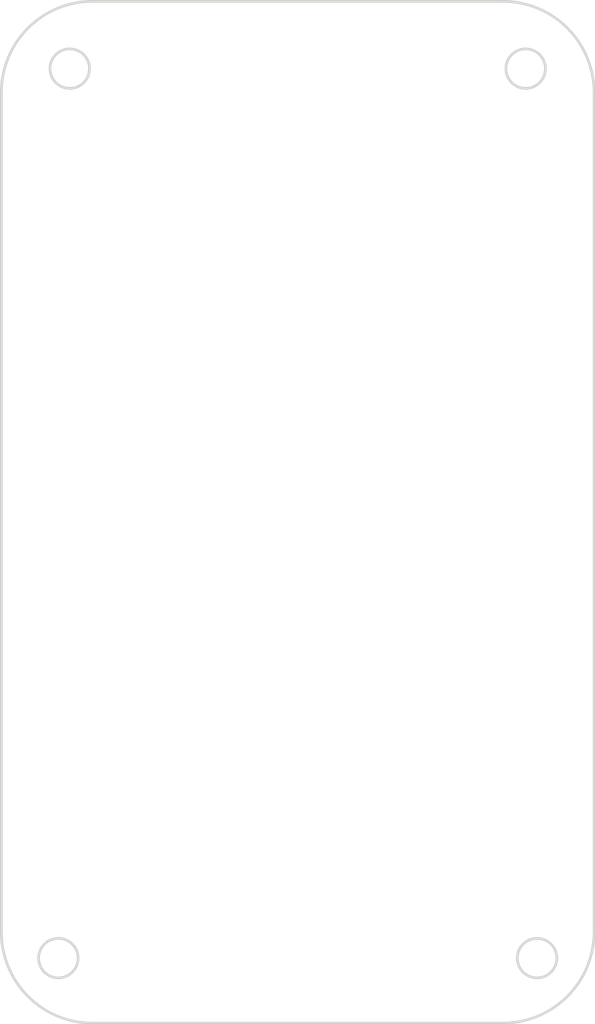
<source format=kicad_pcb>
(kicad_pcb (version 20171130) (host pcbnew 5.0.2-bee76a0~70~ubuntu18.04.1)

  (general
    (thickness 1.6)
    (drawings 12)
    (tracks 0)
    (zones 0)
    (modules 0)
    (nets 1)
  )

  (page A3)
  (layers
    (0 F.Cu signal)
    (31 B.Cu signal)
    (32 B.Adhes user)
    (33 F.Adhes user)
    (34 B.Paste user)
    (35 F.Paste user)
    (36 B.SilkS user)
    (37 F.SilkS user)
    (38 B.Mask user)
    (39 F.Mask user)
    (40 Dwgs.User user)
    (41 Cmts.User user)
    (42 Eco1.User user)
    (43 Eco2.User user)
    (44 Edge.Cuts user)
    (45 Margin user)
    (46 B.CrtYd user hide)
    (47 F.CrtYd user)
    (48 B.Fab user)
    (49 F.Fab user)
  )

  (setup
    (last_trace_width 0.25)
    (trace_clearance 0.2)
    (zone_clearance 0.508)
    (zone_45_only no)
    (trace_min 0.2)
    (segment_width 0.2)
    (edge_width 0.15)
    (via_size 0.8)
    (via_drill 0.4)
    (via_min_size 0.4)
    (via_min_drill 0.3)
    (uvia_size 0.3)
    (uvia_drill 0.1)
    (uvias_allowed no)
    (uvia_min_size 0.2)
    (uvia_min_drill 0.1)
    (pcb_text_width 0.3)
    (pcb_text_size 1.5 1.5)
    (mod_edge_width 0.15)
    (mod_text_size 1 1)
    (mod_text_width 0.15)
    (pad_size 0.7 0.7)
    (pad_drill 0.4)
    (pad_to_mask_clearance 0.051)
    (solder_mask_min_width 0.25)
    (aux_axis_origin 19.05 23.8125)
    (visible_elements FFFFFF7F)
    (pcbplotparams
      (layerselection 0x010fc_ffffffff)
      (usegerberextensions true)
      (usegerberattributes false)
      (usegerberadvancedattributes false)
      (creategerberjobfile false)
      (excludeedgelayer true)
      (linewidth 0.100000)
      (plotframeref false)
      (viasonmask false)
      (mode 1)
      (useauxorigin false)
      (hpglpennumber 1)
      (hpglpenspeed 20)
      (hpglpendiameter 15.000000)
      (psnegative false)
      (psa4output false)
      (plotreference true)
      (plotvalue true)
      (plotinvisibletext false)
      (padsonsilk false)
      (subtractmaskfromsilk false)
      (outputformat 1)
      (mirror false)
      (drillshape 0)
      (scaleselection 1)
      (outputdirectory "garver"))
  )

  (net 0 "")

  (net_class Default "これはデフォルトのネット クラスです。"
    (clearance 0.2)
    (trace_width 0.25)
    (via_dia 0.8)
    (via_drill 0.4)
    (uvia_dia 0.3)
    (uvia_drill 0.1)
  )

  (net_class PWR ""
    (clearance 0.2)
    (trace_width 0.4)
    (via_dia 0.8)
    (via_drill 0.4)
    (uvia_dia 0.3)
    (uvia_drill 0.1)
  )

  (gr_circle (center 351.79 27.6225) (end 352.89 27.6225) (layer Edge.Cuts) (width 0.15) (tstamp 5E5A84DA))
  (gr_circle (center 377.19 27.6225) (end 378.29 27.6225) (layer Edge.Cuts) (width 0.15) (tstamp 5E5A849D))
  (gr_circle (center 377.825 77.1525) (end 378.925 77.1525) (layer Edge.Cuts) (width 0.15) (tstamp 5E5A8152))
  (gr_circle (center 351.155 77.1525) (end 352.255 77.1525) (layer Edge.Cuts) (width 0.15))
  (gr_line (start 353.06 23.876) (end 375.92 23.876) (layer Edge.Cuts) (width 0.15))
  (gr_line (start 347.98 75.692) (end 347.98 28.956) (layer Edge.Cuts) (width 0.15))
  (gr_line (start 353.06 80.772) (end 375.92 80.772) (layer Edge.Cuts) (width 0.15))
  (gr_line (start 381 28.956) (end 381 75.692) (layer Edge.Cuts) (width 0.15))
  (gr_arc (start 375.92 75.692) (end 375.92 80.772) (angle -90) (layer Edge.Cuts) (width 0.15) (tstamp 5E5A7FCB))
  (gr_arc (start 353.06 75.692) (end 347.98 75.692) (angle -90) (layer Edge.Cuts) (width 0.15) (tstamp 5E5A7FCB))
  (gr_arc (start 353.06 28.956) (end 353.06 23.876) (angle -90) (layer Edge.Cuts) (width 0.15) (tstamp 5E5A7FCB))
  (gr_arc (start 375.92 28.956) (end 381 28.956) (angle -90) (layer Edge.Cuts) (width 0.15))

)

</source>
